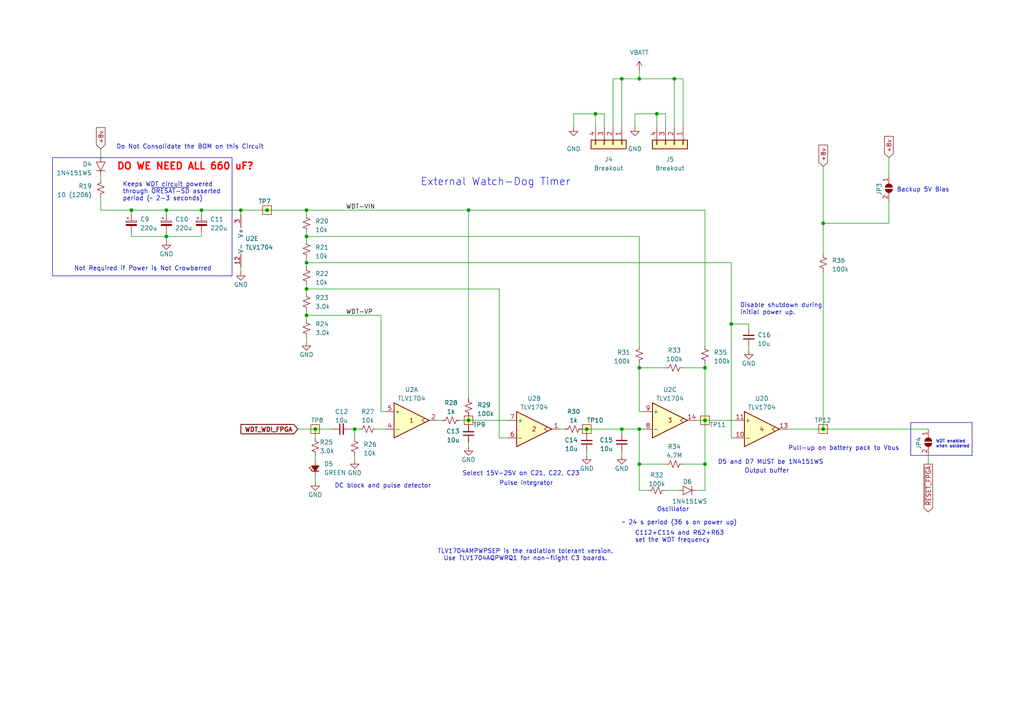
<source format=kicad_sch>
(kicad_sch (version 20231120) (generator "eeschema") (generator_version "8.0")
  (paper "A4")
  (title_block (title "J_watchdog"))
  (junction (at 135.89 60.96))
  (junction (at 172.72 33.02))
  (junction (at 69.85 60.96))
  (junction (at 185.42 106.68))
  (junction (at 102.87 124.46))
  (junction (at 88.9 83.82))
  (junction (at 190.5 33.02))
  (junction (at 88.9 60.96))
  (junction (at 48.26 60.96))
  (junction (at 88.9 76.2))
  (junction (at 185.42 124.46))
  (junction (at 77.47 60.96))
  (junction (at 58.42 60.96))
  (junction (at 135.89 121.92))
  (junction (at 212.09 93.98))
  (junction (at 180.34 22.86))
  (junction (at 238.76 124.46))
  (junction (at 204.47 106.68))
  (junction (at 195.58 22.86))
  (junction (at 88.9 91.44))
  (junction (at 88.9 68.58))
  (junction (at 180.34 124.46))
  (junction (at 38.1 60.96))
  (junction (at 204.47 134.62))
  (junction (at 204.47 121.92))
  (junction (at 170.18 124.46))
  (junction (at 91.44 124.46))
  (junction (at 185.42 22.86))
  (junction (at 238.76 64.77))
  (junction (at 185.42 134.62))
  (junction (at 48.26 68.58))
  (wire (pts (xy 127 121.92) (xy 128.27 121.92)))
  (wire (pts (xy 166.37 33.02) (xy 166.37 36.83)))
  (wire (pts (xy 184.15 33.02) (xy 184.15 36.83)))
  (polyline (pts (xy 264.16 132.08) (xy 264.16 122.555)))
  (wire (pts (xy 204.47 100.33) (xy 204.47 60.96)))
  (wire (pts (xy 48.26 60.96) (xy 48.26 62.23)))
  (wire (pts (xy 58.42 62.23) (xy 58.42 60.96)))
  (wire (pts (xy 269.24 132.08) (xy 269.24 134.62)))
  (wire (pts (xy 193.04 142.24) (xy 196.85 142.24)))
  (wire (pts (xy 88.9 76.2) (xy 212.09 76.2)))
  (polyline (pts (xy 264.16 122.555) (xy 281.94 122.555)))
  (wire (pts (xy 88.9 97.79) (xy 88.9 99.06)))
  (wire (pts (xy 38.1 60.96) (xy 48.26 60.96)))
  (wire (pts (xy 238.76 64.77) (xy 238.76 73.66)))
  (wire (pts (xy 198.12 134.62) (xy 204.47 134.62)))
  (wire (pts (xy 48.26 68.58) (xy 48.26 69.85)))
  (wire (pts (xy 204.47 134.62) (xy 204.47 121.92)))
  (wire (pts (xy 190.5 36.83) (xy 190.5 33.02)))
  (wire (pts (xy 180.34 124.46) (xy 185.42 124.46)))
  (wire (pts (xy 257.81 58.42) (xy 257.81 64.77)))
  (wire (pts (xy 238.76 124.46) (xy 269.24 124.46)))
  (wire (pts (xy 180.34 125.73) (xy 180.34 124.46)))
  (wire (pts (xy 109.22 124.46) (xy 111.76 124.46)))
  (wire (pts (xy 172.72 33.02) (xy 175.26 33.02)))
  (wire (pts (xy 201.93 142.24) (xy 204.47 142.24)))
  (wire (pts (xy 29.21 60.96) (xy 38.1 60.96)))
  (wire (pts (xy 186.69 119.38) (xy 185.42 119.38)))
  (wire (pts (xy 29.21 50.8) (xy 29.21 52.07)))
  (wire (pts (xy 185.42 106.68) (xy 193.04 106.68)))
  (wire (pts (xy 195.58 22.86) (xy 185.42 22.86)))
  (wire (pts (xy 101.6 124.46) (xy 102.87 124.46)))
  (wire (pts (xy 91.44 127) (xy 91.44 124.46)))
  (wire (pts (xy 88.9 67.31) (xy 88.9 68.58)))
  (wire (pts (xy 110.49 119.38) (xy 111.76 119.38)))
  (wire (pts (xy 180.34 132.08) (xy 180.34 130.81)))
  (wire (pts (xy 48.26 60.96) (xy 58.42 60.96)))
  (wire (pts (xy 195.58 36.83) (xy 195.58 22.86)))
  (wire (pts (xy 185.42 124.46) (xy 186.69 124.46)))
  (wire (pts (xy 88.9 83.82) (xy 144.78 83.82)))
  (wire (pts (xy 69.85 62.23) (xy 69.85 60.96)))
  (wire (pts (xy 91.44 124.46) (xy 96.52 124.46)))
  (wire (pts (xy 144.78 127) (xy 147.32 127)))
  (wire (pts (xy 110.49 91.44) (xy 110.49 119.38)))
  (wire (pts (xy 238.76 48.26) (xy 238.76 64.77)))
  (wire (pts (xy 170.18 124.46) (xy 180.34 124.46)))
  (wire (pts (xy 38.1 60.96) (xy 38.1 62.23)))
  (wire (pts (xy 198.12 36.83) (xy 198.12 22.86)))
  (wire (pts (xy 172.72 36.83) (xy 172.72 33.02)))
  (wire (pts (xy 91.44 139.7) (xy 91.44 138.43)))
  (wire (pts (xy 212.09 93.98) (xy 212.09 127)))
  (wire (pts (xy 185.42 119.38) (xy 185.42 106.68)))
  (wire (pts (xy 88.9 82.55) (xy 88.9 83.82)))
  (wire (pts (xy 133.35 121.92) (xy 135.89 121.92)))
  (wire (pts (xy 135.89 121.92) (xy 135.89 120.65)))
  (wire (pts (xy 180.34 22.86) (xy 180.34 36.83)))
  (wire (pts (xy 185.42 100.33) (xy 185.42 68.58)))
  (wire (pts (xy 177.8 36.83) (xy 177.8 22.86)))
  (wire (pts (xy 135.89 129.54) (xy 135.89 128.27)))
  (wire (pts (xy 212.09 93.98) (xy 217.17 93.98)))
  (wire (pts (xy 102.87 132.08) (xy 102.87 133.35)))
  (wire (pts (xy 29.21 57.15) (xy 29.21 60.96)))
  (wire (pts (xy 48.26 68.58) (xy 58.42 68.58)))
  (wire (pts (xy 58.42 60.96) (xy 69.85 60.96)))
  (wire (pts (xy 185.42 142.24) (xy 185.42 134.62)))
  (wire (pts (xy 185.42 105.41) (xy 185.42 106.68)))
  (wire (pts (xy 217.17 101.6) (xy 217.17 100.33)))
  (wire (pts (xy 88.9 68.58) (xy 185.42 68.58)))
  (wire (pts (xy 190.5 33.02) (xy 193.04 33.02)))
  (wire (pts (xy 88.9 62.23) (xy 88.9 60.96)))
  (wire (pts (xy 88.9 90.17) (xy 88.9 91.44)))
  (wire (pts (xy 144.78 83.82) (xy 144.78 127)))
  (wire (pts (xy 185.42 22.86) (xy 185.42 20.32)))
  (polyline (pts (xy 281.94 122.555) (xy 281.94 132.08)))
  (wire (pts (xy 204.47 106.68) (xy 204.47 121.92)))
  (wire (pts (xy 69.85 60.96) (xy 77.47 60.96)))
  (wire (pts (xy 238.76 78.74) (xy 238.76 124.46)))
  (wire (pts (xy 204.47 121.92) (xy 213.36 121.92)))
  (wire (pts (xy 172.72 33.02) (xy 166.37 33.02)))
  (wire (pts (xy 69.85 78.74) (xy 69.85 77.47)))
  (wire (pts (xy 198.12 22.86) (xy 195.58 22.86)))
  (wire (pts (xy 204.47 105.41) (xy 204.47 106.68)))
  (wire (pts (xy 48.26 68.58) (xy 38.1 68.58)))
  (wire (pts (xy 135.89 60.96) (xy 88.9 60.96)))
  (wire (pts (xy 88.9 91.44) (xy 110.49 91.44)))
  (wire (pts (xy 29.21 43.18) (xy 29.21 45.72)))
  (wire (pts (xy 185.42 134.62) (xy 185.42 124.46)))
  (wire (pts (xy 170.18 124.46) (xy 170.18 125.73)))
  (wire (pts (xy 135.89 121.92) (xy 147.32 121.92)))
  (wire (pts (xy 88.9 76.2) (xy 88.9 77.47)))
  (wire (pts (xy 257.81 45.72) (xy 257.81 50.8)))
  (wire (pts (xy 190.5 33.02) (xy 184.15 33.02)))
  (wire (pts (xy 217.17 95.25) (xy 217.17 93.98)))
  (wire (pts (xy 198.12 106.68) (xy 204.47 106.68)))
  (wire (pts (xy 185.42 142.24) (xy 187.96 142.24)))
  (wire (pts (xy 102.87 124.46) (xy 102.87 127)))
  (wire (pts (xy 102.87 124.46) (xy 104.14 124.46)))
  (wire (pts (xy 170.18 132.08) (xy 170.18 130.81)))
  (wire (pts (xy 48.26 67.31) (xy 48.26 68.58)))
  (wire (pts (xy 162.56 124.46) (xy 163.83 124.46)))
  (polyline (pts (xy 281.94 132.08) (xy 264.16 132.08)))
  (wire (pts (xy 38.1 67.31) (xy 38.1 68.58)))
  (wire (pts (xy 91.44 132.08) (xy 91.44 133.35)))
  (wire (pts (xy 212.09 76.2) (xy 212.09 93.98)))
  (wire (pts (xy 177.8 22.86) (xy 180.34 22.86)))
  (wire (pts (xy 88.9 68.58) (xy 88.9 69.85)))
  (wire (pts (xy 175.26 33.02) (xy 175.26 36.83)))
  (wire (pts (xy 257.81 64.77) (xy 238.76 64.77)))
  (wire (pts (xy 180.34 22.86) (xy 185.42 22.86)))
  (wire (pts (xy 88.9 91.44) (xy 88.9 92.71)))
  (wire (pts (xy 193.04 134.62) (xy 185.42 134.62)))
  (wire (pts (xy 204.47 142.24) (xy 204.47 134.62)))
  (wire (pts (xy 168.91 124.46) (xy 170.18 124.46)))
  (wire (pts (xy 58.42 67.31) (xy 58.42 68.58)))
  (wire (pts (xy 135.89 60.96) (xy 204.47 60.96)))
  (wire (pts (xy 88.9 83.82) (xy 88.9 85.09)))
  (wire (pts (xy 135.89 60.96) (xy 135.89 115.57)))
  (wire (pts (xy 228.6 124.46) (xy 238.76 124.46)))
  (wire (pts (xy 86.36 124.46) (xy 91.44 124.46)))
  (wire (pts (xy 88.9 74.93) (xy 88.9 76.2)))
  (wire (pts (xy 193.04 33.02) (xy 193.04 36.83)))
  (wire (pts (xy 77.47 60.96) (xy 88.9 60.96)))
  (wire (pts (xy 212.09 127) (xy 213.36 127)))
  (wire (pts (xy 201.93 121.92) (xy 204.47 121.92)))
  (wire (pts (xy 135.89 121.92) (xy 135.89 123.19)))
  (rectangle (start 15.24 45.72) (end 67.31 80.01))
  (text "Disable shutdown during\ninitial power up." (at 214.63 91.44 0) (effects (font (size 1.27 1.27)) (justify left bottom)))
  (text "DO WE NEED ALL 660 uF?" (at 33.782 49.53 0) (effects (font (size 2 2) (thickness 0.4) (bold yes)) (justify left bottom)))
  (text "Pull-up on battery pack to Vbus" (at 228.6 130.81 0) (effects (font (size 1.27 1.27)) (justify left bottom)))
  (text "TLV1704AMPWPSEP is the radiation tolerant version.\nUse TLV1704AQPWRQ1 for non-flight C3 boards." (at 152.4 161.036 0) (effects (font (size 1.27 1.27))))
  (text "External Watch-Dog Timer" (at 121.92 54.102 0) (effects (font (size 2.159 2.159)) (justify left bottom)))
  (text "DC block and pulse detector" (at 97.028 141.732 0) (effects (font (size 1.27 1.27)) (justify left bottom)))
  (text "Backup 5V Bias" (at 267.716 55.118 0) (effects (font (size 1.27 1.27))))
  (text "Oscillator" (at 190.5 148.59 0) (effects (font (size 1.27 1.27)) (justify left bottom)))
  (text "~ 24 s period (36 s on power up)" (at 180.34 152.4 0) (effects (font (size 1.27 1.27)) (justify left bottom)))
  (text "Pulse integrator" (at 144.78 140.97 0) (effects (font (size 1.27 1.27)) (justify left bottom)))
  (text "Keeps WDT circuit powered\nthrough ~{ORESAT-SD} asserted\nperiod (~ 2-3 seconds)" (at 35.56 58.42 0) (effects (font (size 1.27 1.27)) (justify left bottom)))
  (text "C112+C114 and R62+R63 \nset the WDT frequency" (at 184.15 157.48 0) (effects (font (size 1.27 1.27)) (justify left bottom)))
  (text "Select 15V-25V on C21, C22, C23" (at 151.13 137.414 0) (effects (font (size 1.27 1.27))))
  (text "Do Not Consolidate the BOM on this Circuit" (at 55.118 42.672 0) (effects (font (size 1.27 1.27))))
  (text "D5 and D7 MUST be 1N4151WS" (at 223.52 134.112 0) (effects (font (size 1.27 1.27))))
  (text "Not Required if Power is Not Crowbarred " (at 41.91 77.978 0) (effects (font (size 1.27 1.27))))
  (text "WDT enabled\nwhen soldered" (at 271.399 130.048 0) (effects (font (size 0.889 0.889)) (justify left bottom)))
  (text "Output buffer" (at 215.9 137.414 0) (effects (font (size 1.27 1.27)) (justify left bottom)))
  (label "WDT-VP" (at 100.33 91.44 0))
  (label "WDT-VIN" (at 100.33 60.96 0))
  (global_label "WDT_WDI_FPGA" (shape input) (at 86.36 124.46 180) (effects (font (thickness 0.254) (bold yes))) (property "Intersheetrefs" "${INTERSHEET_REFS}" (effects (hide yes))))
  (global_label "+8v" (shape input) (at 257.81 45.72 90) (property "Intersheetrefs" "${INTERSHEET_REFS}" (effects (hide yes))))
  (global_label "+8v" (shape input) (at 29.21 43.18 90) (property "Intersheetrefs" "${INTERSHEET_REFS}" (effects (hide yes))))
  (global_label "+8v" (shape input) (at 238.76 48.26 90) (property "Intersheetrefs" "${INTERSHEET_REFS}" (effects (hide yes))))
  (global_label "~{RESET_FPGA}" (shape output) (at 269.24 134.62 270) (property "Intersheetrefs" "${INTERSHEET_REFS}" (effects (hide yes))))
  (symbol (lib_id "Device:C_Small") (at 180.34 128.27 0) (mirror x) (unit 1)
    (property "Reference" "C15" (at 177.8 127.6286 0) (effects (justify right)))
    (property "Value" "10u" (at 177.8 130.1686 0) (effects (justify right)))
    (property "Footprint" "Capacitor_SMD:C_0603_1608Metric" (effects (hide yes)))
    (property "Description" "10 µF ±10% 16V Ceramic Capacitor X5R 0603 (1608 Metric)" (effects (hide yes)))
    (property "DPN" "490-12317-1-ND" (effects (hide yes)))
    (property "DST" "Digi-Key" (effects (hide yes)))
    (property "MFR" "Murata" (effects (hide yes)))
    (property "MPN" "GRT188R61C106KE13D" (effects (hide yes)))
    (instances (project "EPS_Scales_RevA" (path "" (reference "C15") (unit 1)) (path "" (reference "C7") (unit 1)) (path "" (reference "C23") (unit 1))))
  )
  (symbol (lib_id "Device:R_Small_US") (at 130.81 121.92 90) (unit 1)
    (property "Reference" "R28" (at 130.81 116.84 90))
    (property "Value" "1k" (at 130.81 119.38 90))
    (property "Footprint" "Resistor_SMD:R_0603_1608Metric" (effects (hide yes)))
    (property "Description" "1 kOhms ±1% 0.1W, 1/10W Chip Resistor 0603 (1608 Metric) Automotive AEC-Q200 Thick Film" (effects (hide yes)))
    (property "DPN" "RMCF0603FT1K00CT-ND" (effects (hide yes)))
    (property "DST" "Digi-Key" (effects (hide yes)))
    (property "MFR" "Stackpole Electronics Inc" (effects (hide yes)))
    (property "MPN" "RMCF0603FT1K00" (effects (hide yes)))
    (instances (project "EPS_Scales_RevA" (path "" (reference "R28") (unit 1)) (path "" (reference "R10") (unit 1)) (path "" (reference "R46") (unit 1))))
  )
  (symbol (lib_id "power:GND") (at 69.85 78.74 0) (mirror y) (unit 1)
    (property "Reference" "#PWR014" (effects (hide yes)))
    (property "Value" "GND" (at 69.85 82.55 0))
    (property "Description" "Power symbol creates a global label with name \"GND\" , ground" (effects (hide yes)))
    (instances (project "EPS_Scales_RevA" (path "" (reference "#PWR014") (unit 1)) (path "" (reference "#PWR03") (unit 1)) (path "" (reference "#PWR026") (unit 1))))
  )
  (symbol (lib_id "Device:R_Small_US") (at 185.42 102.87 0) (mirror x) (unit 1)
    (property "Reference" "R31" (at 182.88 102.235 0) (effects (justify right)))
    (property "Value" "100k" (at 182.88 104.775 0) (effects (justify right)))
    (property "Footprint" "Resistor_SMD:R_0603_1608Metric" (effects (hide yes)))
    (property "Description" "100 kOhms ±5% 0.1W, 1/10W Chip Resistor 0603 (1608 Metric) Automotive AEC-Q200 Thick Film" (effects (hide yes)))
    (property "DPN" "RMCF0603FT100KCT-ND" (effects (hide yes)))
    (property "DST" "Digi-Key" (effects (hide yes)))
    (property "MFR" "Stackpole Electronics Inc" (effects (hide yes)))
    (property "MPN" "RMCF0603FT100K" (effects (hide yes)))
    (instances (project "EPS_Scales_RevA" (path "" (reference "R31") (unit 1)) (path "" (reference "R13") (unit 1)) (path "" (reference "R49") (unit 1))))
  )
  (symbol (lib_id "power:GND") (at 88.9 99.06 0) (unit 1)
    (property "Reference" "#PWR015" (effects (hide yes)))
    (property "Value" "GND" (at 88.9 102.87 0))
    (property "Description" "Power symbol creates a global label with name \"GND\" , ground" (effects (hide yes)))
    (instances (project "EPS_Scales_RevA" (path "" (reference "#PWR015") (unit 1)) (path "" (reference "#PWR04") (unit 1)) (path "" (reference "#PWR027") (unit 1))))
  )
  (symbol (lib_id "Device:R_Small_US") (at 102.87 129.54 0) (unit 1)
    (property "Reference" "R26" (at 105.41 128.905 0) (effects (justify left)))
    (property "Value" "10k" (at 105.41 131.445 0) (effects (justify left)))
    (property "Footprint" "Resistor_SMD:R_0603_1608Metric" (effects (hide yes)))
    (property "Description" "10 kOhms ±1% 0.1W, 1/10W Chip Resistor 0603 (1608 Metric) Automotive AEC-Q200 Thick Film" (effects (hide yes)))
    (property "DPN" "RMCF0603FT10K0CT-ND" (effects (hide yes)))
    (property "DST" "Digi-Key" (effects (hide yes)))
    (property "MFR" "Stackpole Electronics Inc" (effects (hide yes)))
    (property "MPN" "RMCF0603FT10K0" (effects (hide yes)))
    (instances (project "EPS_Scales_RevA" (path "" (reference "R26") (unit 1)) (path "" (reference "R8") (unit 1)) (path "" (reference "R44") (unit 1))))
  )
  (symbol (lib_id "Device:C_Polarized_Small") (at 58.42 64.77 0) (unit 1)
    (property "Reference" "C11" (at 60.96 63.5889 0) (effects (justify left)))
    (property "Value" "220u" (at 60.96 66.1289 0) (effects (justify left)))
    (property "Footprint" "Capacitor_Tantalum_SMD:CP_EIA-7361-38_AVX-V" (effects (hide yes)))
    (property "Description" "220µF Molded Tantalum Capacitors 16V 2917 (7343 Metric) 100mOhm @ 100kHz" (effects (hide yes)))
    (property "DPN" "478-12518-2-ND" (effects (hide yes)))
    (property "DST" "Digi-Key" (effects (hide yes)))
    (property "MFR" "Kyocera AVX" (effects (hide yes)))
    (property "MPN" "TCN4227M025R0100" (effects (hide yes)))
    (instances (project "EPS_Scales_RevA" (path "" (reference "C11") (unit 1)) (path "" (reference "C3") (unit 1)) (path "" (reference "C19") (unit 1))))
  )
  (symbol (lib_id "power:GND") (at 102.87 133.35 0) (unit 1)
    (property "Reference" "#PWR017" (effects (hide yes)))
    (property "Value" "GND" (at 102.87 137.16 0))
    (property "Description" "Power symbol creates a global label with name \"GND\" , ground" (effects (hide yes)))
    (instances (project "EPS_Scales_RevA" (path "" (reference "#PWR017") (unit 1)) (path "" (reference "#PWR06") (unit 1)) (path "" (reference "#PWR029") (unit 1))))
  )
  (symbol (lib_id "Device:R_Small_US") (at 88.9 95.25 0) (unit 1)
    (property "Reference" "R24" (at 91.44 93.98 0) (effects (justify left)))
    (property "Value" "3.0k" (at 91.44 96.52 0) (effects (justify left)))
    (property "Footprint" "Resistor_SMD:R_0603_1608Metric" (effects (hide yes)))
    (property "Description" "3 kOhms ±1% 0.1W, 1/10W Chip Resistor 0603 (1608 Metric) Automotive AEC-Q200 Thick Film" (effects (hide yes)))
    (property "DPN" "RMCF0603FT3K00CT-ND" (effects (hide yes)))
    (property "DST" "Digi-Key" (effects (hide yes)))
    (property "MFR" "Stackpole Electronics Inc" (effects (hide yes)))
    (property "MPN" "RMCF0603FT3K00" (effects (hide yes)))
    (instances (project "EPS_Scales_RevA" (path "" (reference "R24") (unit 1)) (path "" (reference "R6") (unit 1)) (path "" (reference "R42") (unit 1))))
  )
  (symbol (lib_id "Device:R_Small_US") (at 91.44 129.54 0) (unit 1)
    (property "Reference" "R25" (at 92.71 128.27 0) (effects (justify left)))
    (property "Value" "3.0k" (at 92.71 130.81 0) (effects (justify left)))
    (property "Footprint" "Resistor_SMD:R_0603_1608Metric" (effects (hide yes)))
    (property "Description" "3 kOhms ±1% 0.1W, 1/10W Chip Resistor 0603 (1608 Metric) Automotive AEC-Q200 Thick Film" (effects (hide yes)))
    (property "DPN" "RMCF0603FT3K00CT-ND" (effects (hide yes)))
    (property "DST" "Digi-Key" (effects (hide yes)))
    (property "MFR" "Stackpole Electronics Inc" (effects (hide yes)))
    (property "MPN" "RMCF0603FT3K00" (effects (hide yes)))
    (instances (project "EPS_Scales_RevA" (path "" (reference "R25") (unit 1)) (path "" (reference "R7") (unit 1)) (path "" (reference "R43") (unit 1))))
  )
  (symbol (lib_id "Device:R_Small_US") (at 166.37 124.46 90) (unit 1)
    (property "Reference" "R30" (at 166.37 119.38 90))
    (property "Value" "1k" (at 166.37 121.92 90))
    (property "Footprint" "Resistor_SMD:R_0603_1608Metric" (effects (hide yes)))
    (property "Description" "1 kOhms ±1% 0.1W, 1/10W Chip Resistor 0603 (1608 Metric) Automotive AEC-Q200 Thick Film" (effects (hide yes)))
    (property "DPN" "RMCF0603FT1K00CT-ND" (effects (hide yes)))
    (property "DST" "Digi-Key" (effects (hide yes)))
    (property "MFR" "Stackpole Electronics Inc" (effects (hide yes)))
    (property "MPN" "RMCF0603FT1K00" (effects (hide yes)))
    (instances (project "EPS_Scales_RevA" (path "" (reference "R30") (unit 1)) (path "" (reference "R12") (unit 1)) (path "" (reference "R48") (unit 1))))
  )
  (symbol (lib_id "Device:R_Small_US") (at 204.47 102.87 180) (unit 1)
    (property "Reference" "R35" (at 207.01 102.235 0) (effects (justify right)))
    (property "Value" "100k" (at 207.01 104.775 0) (effects (justify right)))
    (property "Footprint" "Resistor_SMD:R_0603_1608Metric" (effects (hide yes)))
    (property "Description" "100 kOhms ±5% 0.1W, 1/10W Chip Resistor 0603 (1608 Metric) Automotive AEC-Q200 Thick Film" (effects (hide yes)))
    (property "DPN" "RMCF0603FT100KCT-ND" (effects (hide yes)))
    (property "DST" "Digi-Key" (effects (hide yes)))
    (property "MFR" "Stackpole Electronics Inc" (effects (hide yes)))
    (property "MPN" "RMCF0603FT100K" (effects (hide yes)))
    (instances (project "EPS_Scales_RevA" (path "" (reference "R35") (unit 1)) (path "" (reference "R17") (unit 1)) (path "" (reference "R53") (unit 1))))
  )
  (symbol (lib_name "TLV1704AIPWR_1") (lib_id "oresat-ics:TLV1704AIPWR") (at 119.38 121.92 0) (unit 1)
    (property "Reference" "U2" (at 119.38 113.03 0))
    (property "Value" "TLV1704" (at 119.38 115.57 0))
    (property "Footprint" "Package_SO:TSSOP-14_4.4x5mm_P0.65mm" (effects (hide yes)))
    (property "Datasheet" "https://www.ti.com/lit/ds/symlink/tlv1704-sep.pdf" (effects (hide yes)))
    (property "Description" "Analog Comparators 2.2-V to 36-V, radiation tolerant microPower quad comparator in space enhanced plastic 14-TSSOP -55 to 125" (effects (hide yes)))
    (property "MFR" "Texas Instruments" (effects (hide yes)))
    (property "MPN" "TLV1704AQPWRQ1" (effects (hide yes)))
    (property "DST" "Digi-Key" (effects (hide yes)))
    (property "DPN" "296-43799-2-ND" (effects (hide yes)))
    (instances (project "EPS_Scales_RevA" (path "" (reference "U2") (unit 1)) (path "" (reference "U1") (unit 1)) (path "" (reference "U3") (unit 1))))
  )
  (symbol (lib_id "Device:R_Small_US") (at 195.58 106.68 90) (unit 1)
    (property "Reference" "R33" (at 195.58 101.6 90))
    (property "Value" "100k" (at 195.58 104.14 90))
    (property "Footprint" "Resistor_SMD:R_0603_1608Metric" (effects (hide yes)))
    (property "Description" "100 kOhms ±5% 0.1W, 1/10W Chip Resistor 0603 (1608 Metric) Automotive AEC-Q200 Thick Film" (effects (hide yes)))
    (property "DPN" "RMCF0603FT100KCT-ND" (effects (hide yes)))
    (property "DST" "Digi-Key" (effects (hide yes)))
    (property "MFR" "Stackpole Electronics Inc" (effects (hide yes)))
    (property "MPN" "RMCF0603FT100K" (effects (hide yes)))
    (instances (project "EPS_Scales_RevA" (path "" (reference "R33") (unit 1)) (path "" (reference "R15") (unit 1)) (path "" (reference "R51") (unit 1))))
  )
  (symbol (lib_id "Device:R_Small_US") (at 29.21 54.61 0) (mirror y) (unit 1)
    (property "Reference" "R19" (at 26.67 53.975 0) (effects (justify left)))
    (property "Value" "10 (1206)" (at 26.67 56.515 0) (effects (justify left)))
    (property "Footprint" "Resistor_SMD:R_1206_3216Metric" (effects (hide yes)))
    (property "Description" "10 Ohms ±1% 0.5W, 1/2W Chip Resistor 1206 (3216 Metric) Automotive AEC-Q200, Pulse Withstanding Thick Film" (effects (hide yes)))
    (property "DPN" "RHM10.0AFCT-ND" (effects (hide yes)))
    (property "DST" "Digi-Key" (effects (hide yes)))
    (property "MFR" "Rohm Semiconductor" (effects (hide yes)))
    (property "MPN" "ESR18EZPF10R0" (effects (hide yes)))
    (instances (project "EPS_Scales_RevA" (path "" (reference "R19") (unit 1)) (path "" (reference "R1") (unit 1)) (path "" (reference "R37") (unit 1))))
  )
  (symbol (lib_id "Device:C_Polarized_Small") (at 38.1 64.77 0) (unit 1)
    (property "Reference" "C9" (at 40.64 63.5889 0) (effects (justify left)))
    (property "Value" "220u" (at 40.64 66.1289 0) (effects (justify left)))
    (property "Footprint" "Capacitor_Tantalum_SMD:CP_EIA-7361-38_AVX-V" (effects (hide yes)))
    (property "Description" "220µF Molded Tantalum Capacitors 25V 2924 (7361 Metric) 100mOhm @ 100kHz" (effects (hide yes)))
    (property "DPN" "478-12518-2-ND" (effects (hide yes)))
    (property "DST" "Digi-Key" (effects (hide yes)))
    (property "MFR" "Kyocera AVX" (effects (hide yes)))
    (property "MPN" "TCN4227M025R0100" (effects (hide yes)))
    (instances (project "EPS_Scales_RevA" (path "" (reference "C9") (unit 1)) (path "" (reference "C1") (unit 1)) (path "" (reference "C17") (unit 1))))
  )
  (symbol (lib_id "Device:R_Small_US") (at 238.76 76.2 180) (unit 1)
    (property "Reference" "R36" (at 241.3 75.565 0) (effects (justify right)))
    (property "Value" "100k" (at 241.3 78.105 0) (effects (justify right)))
    (property "Footprint" "Resistor_SMD:R_0603_1608Metric" (effects (hide yes)))
    (property "Description" "100 kOhms ±5% 0.1W, 1/10W Chip Resistor 0603 (1608 Metric) Automotive AEC-Q200 Thick Film" (effects (hide yes)))
    (property "DPN" "RMCF0603FT100KCT-ND" (effects (hide yes)))
    (property "DST" "Digi-Key" (effects (hide yes)))
    (property "MFR" "Stackpole Electronics Inc" (effects (hide yes)))
    (property "MPN" "RMCF0603FT100K" (effects (hide yes)))
    (instances (project "EPS_Scales_RevA" (path "" (reference "R36") (unit 1)) (path "" (reference "R18") (unit 1)) (path "" (reference "R54") (unit 1))))
  )
  (symbol (lib_id "Device:C_Small") (at 217.17 97.79 180) (unit 1)
    (property "Reference" "C16" (at 219.71 97.1486 0) (effects (justify right)))
    (property "Value" "10u" (at 219.71 99.6886 0) (effects (justify right)))
    (property "Footprint" "Capacitor_SMD:C_0603_1608Metric" (effects (hide yes)))
    (property "Description" "10 µF ±10% 16V Ceramic Capacitor X5R 0603 (1608 Metric)" (effects (hide yes)))
    (property "DPN" "490-12317-1-ND" (effects (hide yes)))
    (property "DST" "Digi-Key" (effects (hide yes)))
    (property "MFR" "Murata" (effects (hide yes)))
    (property "MPN" "GRT188R61C106KE13D" (effects (hide yes)))
    (instances (project "EPS_Scales_RevA" (path "" (reference "C16") (unit 1)) (path "" (reference "C8") (unit 1)) (path "" (reference "C24") (unit 1))))
  )
  (symbol (lib_id "oresat-diodes:1N4151WS-HE3") (at 199.39 142.24 0) (unit 1)
    (property "Reference" "D6" (at 199.39 139.7 0))
    (property "Value" "1N4151WS" (at 200.025 145.415 0))
    (property "Footprint" "Diode_SMD:D_SOD-323" (effects (hide yes)))
    (property "Datasheet" "https://www.vishay.com/docs/85847/1n4151ws.pdf" (effects (hide yes)))
    (property "Description" "Diode Standard 50V 150mA Surface Mount SOD-323" (effects (hide yes)))
    (property "DPN" "112-1N4151WS-E3-08CT-ND" (effects (hide yes)))
    (property "DST" "Digi-Key" (effects (hide yes)))
    (property "MFR" "Vishay" (effects (hide yes)))
    (property "MPN" "1N4151WS-E3-08" (effects (hide yes)))
    (instances (project "EPS_Scales_RevA" (path "" (reference "D6") (unit 1)) (path "" (reference "D3") (unit 1)) (path "" (reference "D9") (unit 1))))
  )
  (symbol (lib_id "power:GND") (at 91.44 139.7 0) (unit 1)
    (property "Reference" "#PWR016" (effects (hide yes)))
    (property "Value" "GND" (at 91.44 143.51 0))
    (property "Description" "Power symbol creates a global label with name \"GND\" , ground" (effects (hide yes)))
    (instances (project "EPS_Scales_RevA" (path "" (reference "#PWR016") (unit 1)) (path "" (reference "#PWR05") (unit 1)) (path "" (reference "#PWR028") (unit 1))))
  )
  (symbol (lib_name "GND_1") (lib_id "power:GND") (at 166.37 36.83 0) (unit 1)
    (property "Reference" "#PWR019" (effects (hide yes)))
    (property "Value" "GND" (at 166.37 43.18 0))
    (property "Description" "Power symbol creates a global label with name \"GND\" , ground" (effects (hide yes)))
    (instances (project "EPS_Scales_RevA" (path "" (reference "#PWR019") (unit 1)) (path "" (reference "#PWR08") (unit 1)) (path "" (reference "#PWR031") (unit 1))))
  )
  (symbol (lib_id "oresat-misc:Test-Point-0.75mm-th") (at 204.47 121.92 0) (unit 1) (exclude_from_sim yes) (in_bom no)
    (property "Reference" "TP11" (at 205.74 123.19 0) (effects (justify left)))
    (property "Value" "TestPoint-MinTH" (effects (hide yes)))
    (property "Footprint" "oresat-misc:TestPoint-0.75mm-th" (effects (hide yes)))
    (property "Description" "0.75 mm TH test point; good for scope probes and jumpers" (effects (hide yes)))
    (instances (project "EPS_Scales_RevA" (path "" (reference "TP11") (unit 1)) (path "" (reference "TP5") (unit 1)) (path "" (reference "TP17") (unit 1))))
  )
  (symbol (lib_id "power:GND") (at 135.89 129.54 0) (unit 1)
    (property "Reference" "#PWR018" (effects (hide yes)))
    (property "Value" "GND" (at 135.89 133.35 0))
    (property "Description" "Power symbol creates a global label with name \"GND\" , ground" (effects (hide yes)))
    (instances (project "EPS_Scales_RevA" (path "" (reference "#PWR018") (unit 1)) (path "" (reference "#PWR07") (unit 1)) (path "" (reference "#PWR030") (unit 1))))
  )
  (symbol (lib_id "oresat-diodes:1N4151WS-HE3") (at 29.21 48.26 90) (mirror x) (unit 1)
    (property "Reference" "D4" (at 26.67 47.625 90) (effects (justify left)))
    (property "Value" "1N4151WS" (at 26.67 50.165 90) (effects (justify left)))
    (property "Footprint" "Diode_SMD:D_SOD-323" (effects (hide yes)))
    (property "Datasheet" "https://www.vishay.com/docs/85847/1n4151ws.pdf" (effects (hide yes)))
    (property "Description" "Diode Standard 50V 150mA Surface Mount SOD-323" (effects (hide yes)))
    (property "DPN" "112-1N4151WS-E3-08CT-ND" (effects (hide yes)))
    (property "DST" "Digi-Key" (effects (hide yes)))
    (property "MFR" "Vishay" (effects (hide yes)))
    (property "MPN" "1N4151WS-E3-08" (effects (hide yes)))
    (instances (project "EPS_Scales_RevA" (path "" (reference "D4") (unit 1)) (path "" (reference "D1") (unit 1)) (path "" (reference "D7") (unit 1))))
  )
  (symbol (lib_name "TLV1704AIPWR_3") (lib_id "oresat-ics:TLV1704AIPWR") (at 220.98 124.46 0) (unit 4)
    (property "Reference" "U2" (at 220.98 115.57 0))
    (property "Value" "TLV1704" (at 220.98 118.11 0))
    (property "Footprint" "Package_SO:TSSOP-14_4.4x5mm_P0.65mm" (effects (hide yes)))
    (property "Datasheet" "https://www.ti.com/lit/ds/symlink/tlv1704-sep.pdf" (effects (hide yes)))
    (property "Description" "Analog Comparators 2.2-V to 36-V, radiation tolerant microPower quad comparator in space enhanced plastic 14-TSSOP -55 to 125" (effects (hide yes)))
    (property "MFR" "Texas Instruments" (effects (hide yes)))
    (property "MPN" "TLV1704AQPWRQ1" (effects (hide yes)))
    (property "DST" "Digi-Key" (effects (hide yes)))
    (property "DPN" "296-43799-2-ND" (effects (hide yes)))
    (instances (project "EPS_Scales_RevA" (path "" (reference "U2") (unit 4)) (path "" (reference "U1") (unit 4)) (path "" (reference "U3") (unit 4))))
  )
  (symbol (lib_id "Device:R_Small_US") (at 135.89 118.11 0) (unit 1)
    (property "Reference" "R29" (at 138.43 117.475 0) (effects (justify left)))
    (property "Value" "100k" (at 138.43 120.015 0) (effects (justify left)))
    (property "Footprint" "Resistor_SMD:R_0603_1608Metric" (effects (hide yes)))
    (property "Description" "100 kOhms ±5% 0.1W, 1/10W Chip Resistor 0603 (1608 Metric) Automotive AEC-Q200 Thick Film" (effects (hide yes)))
    (property "DPN" "RMCF0603FT100KCT-ND" (effects (hide yes)))
    (property "DST" "Digi-Key" (effects (hide yes)))
    (property "MFR" "Stackpole Electronics Inc" (effects (hide yes)))
    (property "MPN" "RMCF0603FT100K" (effects (hide yes)))
    (instances (project "EPS_Scales_RevA" (path "" (reference "R29") (unit 1)) (path "" (reference "R11") (unit 1)) (path "" (reference "R47") (unit 1))))
  )
  (symbol (lib_id "Device:C_Small") (at 170.18 128.27 0) (mirror x) (unit 1)
    (property "Reference" "C14" (at 167.64 127.6286 0) (effects (justify right)))
    (property "Value" "10u" (at 167.64 130.1686 0) (effects (justify right)))
    (property "Footprint" "Capacitor_SMD:C_0603_1608Metric" (effects (hide yes)))
    (property "Description" "10 µF ±10% 16V Ceramic Capacitor X5R 0603 (1608 Metric)" (effects (hide yes)))
    (property "DPN" "490-12317-1-ND" (effects (hide yes)))
    (property "DST" "Digi-Key" (effects (hide yes)))
    (property "MFR" "Murata" (effects (hide yes)))
    (property "MPN" "GRT188R61C106KE13D" (effects (hide yes)))
    (instances (project "EPS_Scales_RevA" (path "" (reference "C14") (unit 1)) (path "" (reference "C6") (unit 1)) (path "" (reference "C22") (unit 1))))
  )
  (symbol (lib_id "Jumper:SolderJumper_2_Open") (at 257.81 54.61 270) (unit 1)
    (property "Reference" "JP3" (at 255.016 54.864 0))
    (property "Value" "SolderJumper_2_Open" (effects (hide yes)))
    (property "Footprint" "Jumper:SolderJumper-2_P1.3mm_Open_RoundedPad1.0x1.5mm" (effects (hide yes)))
    (instances (project "EPS_Scales_RevA" (path "" (reference "JP3") (unit 1)) (path "" (reference "JP1") (unit 1)) (path "" (reference "JP5") (unit 1))))
  )
  (symbol (lib_id "Device:R_Small_US") (at 88.9 80.01 0) (unit 1)
    (property "Reference" "R22" (at 91.44 79.375 0) (effects (justify left)))
    (property "Value" "10k" (at 91.44 81.915 0) (effects (justify left)))
    (property "Footprint" "Resistor_SMD:R_0603_1608Metric" (effects (hide yes)))
    (property "Description" "10 kOhms ±1% 0.1W, 1/10W Chip Resistor 0603 (1608 Metric) Automotive AEC-Q200 Thick Film" (effects (hide yes)))
    (property "DPN" "RMCF0603FT10K0CT-ND" (effects (hide yes)))
    (property "DST" "Digi-Key" (effects (hide yes)))
    (property "MFR" "Stackpole Electronics Inc" (effects (hide yes)))
    (property "MPN" "RMCF0603FT10K0" (effects (hide yes)))
    (instances (project "EPS_Scales_RevA" (path "" (reference "R22") (unit 1)) (path "" (reference "R4") (unit 1)) (path "" (reference "R40") (unit 1))))
  )
  (symbol (lib_id "oresat-misc:Test-Point-0.75mm-th") (at 91.44 124.46 0) (unit 1) (exclude_from_sim yes) (in_bom no)
    (property "Reference" "TP8" (at 90.17 121.92 0) (effects (justify left)))
    (property "Value" "TestPoint-MinTH" (effects (hide yes)))
    (property "Footprint" "oresat-misc:TestPoint-0.75mm-th" (effects (hide yes)))
    (property "Description" "0.75 mm TH test point; good for scope probes and jumpers" (effects (hide yes)))
    (instances (project "EPS_Scales_RevA" (path "" (reference "TP8") (unit 1)) (path "" (reference "TP2") (unit 1)) (path "" (reference "TP14") (unit 1))))
  )
  (symbol (lib_id "Device:R_Small_US") (at 88.9 72.39 0) (unit 1)
    (property "Reference" "R21" (at 91.44 71.755 0) (effects (justify left)))
    (property "Value" "10k" (at 91.44 74.295 0) (effects (justify left)))
    (property "Footprint" "Resistor_SMD:R_0603_1608Metric" (effects (hide yes)))
    (property "Description" "10 kOhms ±1% 0.1W, 1/10W Chip Resistor 0603 (1608 Metric) Automotive AEC-Q200 Thick Film" (effects (hide yes)))
    (property "DPN" "RMCF0603FT10K0CT-ND" (effects (hide yes)))
    (property "DST" "Digi-Key" (effects (hide yes)))
    (property "MFR" "Stackpole Electronics Inc" (effects (hide yes)))
    (property "MPN" "RMCF0603FT10K0" (effects (hide yes)))
    (instances (project "EPS_Scales_RevA" (path "" (reference "R21") (unit 1)) (path "" (reference "R3") (unit 1)) (path "" (reference "R39") (unit 1))))
  )
  (symbol (lib_id "power:GND") (at 48.26 69.85 0) (unit 1)
    (property "Reference" "#PWR01" (effects (hide yes)))
    (property "Value" "GND" (at 48.26 73.66 0))
    (property "Description" "Power symbol creates a global label with name \"GND\" , ground" (effects (hide yes)))
    (instances (project "EPS_Scales_RevA" (path "" (reference "#PWR01") (unit 1)) (path "" (reference "#PWR02") (unit 1)) (path "" (reference "#PWR025") (unit 1))))
  )
  (symbol (lib_id "power:GND") (at 180.34 132.08 0) (mirror y) (unit 1)
    (property "Reference" "#PWR021" (effects (hide yes)))
    (property "Value" "GND" (at 180.34 135.89 0))
    (property "Description" "Power symbol creates a global label with name \"GND\" , ground" (effects (hide yes)))
    (instances (project "EPS_Scales_RevA" (path "" (reference "#PWR021") (unit 1)) (path "" (reference "#PWR010") (unit 1)) (path "" (reference "#PWR033") (unit 1))))
  )
  (symbol (lib_id "Device:R_Small_US") (at 106.68 124.46 90) (unit 1)
    (property "Reference" "R27" (at 106.68 119.38 90))
    (property "Value" "10k" (at 106.68 121.92 90))
    (property "Footprint" "Resistor_SMD:R_0603_1608Metric" (effects (hide yes)))
    (property "Description" "10 kOhms ±1% 0.1W, 1/10W Chip Resistor 0603 (1608 Metric) Automotive AEC-Q200 Thick Film" (effects (hide yes)))
    (property "DPN" "RMCF0603FT10K0CT-ND" (effects (hide yes)))
    (property "DST" "Digi-Key" (effects (hide yes)))
    (property "MFR" "Stackpole Electronics Inc" (effects (hide yes)))
    (property "MPN" "RMCF0603FT10K0" (effects (hide yes)))
    (instances (project "EPS_Scales_RevA" (path "" (reference "R27") (unit 1)) (path "" (reference "R9") (unit 1)) (path "" (reference "R45") (unit 1))))
  )
  (symbol (lib_name "TLV1704AIPWR_4") (lib_id "oresat-ics:TLV1704AIPWR") (at 154.94 124.46 0) (unit 2)
    (property "Reference" "U2" (at 154.94 115.57 0))
    (property "Value" "TLV1704" (at 154.94 118.11 0))
    (property "Footprint" "Package_SO:TSSOP-14_4.4x5mm_P0.65mm" (effects (hide yes)))
    (property "Datasheet" "https://www.ti.com/lit/ds/symlink/tlv1704-sep.pdf" (effects (hide yes)))
    (property "Description" "Analog Comparators 2.2-V to 36-V, radiation tolerant microPower quad comparator in space enhanced plastic 14-TSSOP -55 to 125" (effects (hide yes)))
    (property "MFR" "Texas Instruments" (effects (hide yes)))
    (property "MPN" "TLV1704AQPWRQ1" (effects (hide yes)))
    (property "DST" "Digi-Key" (effects (hide yes)))
    (property "DPN" "296-43799-2-ND" (effects (hide yes)))
    (instances (project "EPS_Scales_RevA" (path "" (reference "U2") (unit 2)) (path "" (reference "U1") (unit 2)) (path "" (reference "U3") (unit 2))))
  )
  (symbol (lib_id "oresat-misc:Test-Point-0.75mm-th") (at 135.89 121.92 0) (unit 1) (exclude_from_sim yes) (in_bom no)
    (property "Reference" "TP9" (at 137.16 123.19 0) (effects (justify left)))
    (property "Value" "TestPoint-MinTH" (effects (hide yes)))
    (property "Footprint" "oresat-misc:TestPoint-0.75mm-th" (effects (hide yes)))
    (property "Description" "0.75 mm TH test point; good for scope probes and jumpers" (effects (hide yes)))
    (instances (project "EPS_Scales_RevA" (path "" (reference "TP9") (unit 1)) (path "" (reference "TP3") (unit 1)) (path "" (reference "TP15") (unit 1))))
  )
  (symbol (lib_id "Device:C_Small") (at 135.89 125.73 0) (mirror x) (unit 1)
    (property "Reference" "C13" (at 133.35 125.0886 0) (effects (justify right)))
    (property "Value" "10u" (at 133.35 127.6286 0) (effects (justify right)))
    (property "Footprint" "Capacitor_SMD:C_0603_1608Metric" (effects (hide yes)))
    (property "Description" "10 µF ±10% 16V Ceramic Capacitor X5R 0603 (1608 Metric)" (effects (hide yes)))
    (property "DPN" "490-12317-1-ND" (effects (hide yes)))
    (property "DST" "Digi-Key" (effects (hide yes)))
    (property "MFR" "Murata" (effects (hide yes)))
    (property "MPN" "GRT188R61C106KE13D" (effects (hide yes)))
    (instances (project "EPS_Scales_RevA" (path "" (reference "C13") (unit 1)) (path "" (reference "C5") (unit 1)) (path "" (reference "C21") (unit 1))))
  )
  (symbol (lib_id "oresat-misc:Test-Point-0.75mm-th") (at 170.18 124.46 0) (unit 1) (exclude_from_sim yes) (in_bom no)
    (property "Reference" "TP10" (at 170.18 121.92 0) (effects (justify left)))
    (property "Value" "TestPoint-MinTH" (effects (hide yes)))
    (property "Footprint" "oresat-misc:TestPoint-0.75mm-th" (effects (hide yes)))
    (property "Description" "0.75 mm TH test point; good for scope probes and jumpers" (effects (hide yes)))
    (instances (project "EPS_Scales_RevA" (path "" (reference "TP10") (unit 1)) (path "" (reference "TP4") (unit 1)) (path "" (reference "TP16") (unit 1))))
  )
  (symbol (lib_id "Device:LED_Small_Filled") (at 91.44 135.89 90) (unit 1)
    (property "Reference" "D5" (at 93.98 134.5565 90) (effects (justify right)))
    (property "Value" "GREEN" (at 93.98 137.0965 90) (effects (justify right)))
    (property "Footprint" "LED_SMD:LED_0603_1608Metric" (effects (hide yes)))
    (property "Description" "Green 520nm LED Indication - Discrete 3.2V 0603 (1608 Metric) - 430 mcd @ 20 mA" (effects (hide yes)))
    (property "DPN" "732-4971-1-ND" (effects (hide yes)))
    (property "DST" "Digi-Key" (effects (hide yes)))
    (property "MFR" "Wurth" (effects (hide yes)))
    (property "MPN" "150060GS75000" (effects (hide yes)))
    (instances (project "EPS_Scales_RevA" (path "" (reference "D5") (unit 1)) (path "" (reference "D2") (unit 1)) (path "" (reference "D8") (unit 1))))
  )
  (symbol (lib_id "Connector_Generic:Conn_01x04") (at 177.8 41.91 270) (unit 1)
    (property "Reference" "J4" (at 176.53 46.228 90))
    (property "Value" "Breakout" (at 176.53 48.768 90))
    (property "Footprint" "Connector_PinHeader_2.54mm:PinHeader_1x04_P2.54mm_Vertical" (effects (hide yes)))
    (instances (project "EPS_Scales_RevA" (path "" (reference "J4") (unit 1)) (path "" (reference "J2") (unit 1)) (path "" (reference "J6") (unit 1))))
  )
  (symbol (lib_id "Connector_Generic:Conn_01x04") (at 195.58 41.91 270) (unit 1)
    (property "Reference" "J5" (at 194.31 46.228 90))
    (property "Value" "Breakout" (at 194.31 48.768 90))
    (property "Footprint" "FC_DEV_BOARD:JST_BM04B-SRSS-TB(LF)(SN)" (effects (hide yes)))
    (instances (project "EPS_Scales_RevA" (path "" (reference "J5") (unit 1)) (path "" (reference "J3") (unit 1)) (path "" (reference "J7") (unit 1))))
  )
  (symbol (lib_id "power:VBUS") (at 185.42 20.32 0) (unit 1)
    (property "Reference" "#PWR023" (effects (hide yes)))
    (property "Value" "VBATT" (at 185.42 15.24 0))
    (property "Description" "Power symbol creates a global label with name \"VBUS\"" (effects (hide yes)))
    (instances (project "EPS_Scales_RevA" (path "" (reference "#PWR023") (unit 1)) (path "" (reference "#PWR012") (unit 1)) (path "" (reference "#PWR035") (unit 1))))
  )
  (symbol (lib_id "Device:R_Small_US") (at 195.58 134.62 270) (unit 1)
    (property "Reference" "R34" (at 195.58 129.54 90))
    (property "Value" "4.7M" (at 195.58 132.08 90))
    (property "Footprint" "Resistor_SMD:R_0603_1608Metric" (effects (hide yes)))
    (property "Description" "4.7 MOhms ±1% 0.1W, 1/10W Chip Resistor 0603 (1608 Metric) Automotive AEC-Q200 Thick Film" (effects (hide yes)))
    (property "DPN" "RMCF0603FT4M70CT-ND" (effects (hide yes)))
    (property "DST" "Digi-Key" (effects (hide yes)))
    (property "MFR" "Stackpole Electronics Inc" (effects (hide yes)))
    (property "MPN" "RMCF0603FT4M70" (effects (hide yes)))
    (instances (project "EPS_Scales_RevA" (path "" (reference "R34") (unit 1)) (path "" (reference "R16") (unit 1)) (path "" (reference "R52") (unit 1))))
  )
  (symbol (lib_id "oresat-misc:Test-Point-0.75mm-th") (at 238.76 124.46 0) (unit 1) (exclude_from_sim yes) (in_bom no)
    (property "Reference" "TP12" (at 236.22 121.92 0) (effects (justify left)))
    (property "Value" "TestPoint-MinTH" (effects (hide yes)))
    (property "Footprint" "oresat-misc:TestPoint-0.75mm-th" (effects (hide yes)))
    (property "Description" "0.75 mm TH test point; good for scope probes and jumpers" (effects (hide yes)))
    (instances (project "EPS_Scales_RevA" (path "" (reference "TP12") (unit 1)) (path "" (reference "TP6") (unit 1)) (path "" (reference "TP18") (unit 1))))
  )
  (symbol (lib_name "GND_1") (lib_id "power:GND") (at 184.15 36.83 0) (unit 1)
    (property "Reference" "#PWR022" (effects (hide yes)))
    (property "Value" "GND" (at 184.15 43.18 0))
    (property "Description" "Power symbol creates a global label with name \"GND\" , ground" (effects (hide yes)))
    (instances (project "EPS_Scales_RevA" (path "" (reference "#PWR022") (unit 1)) (path "" (reference "#PWR011") (unit 1)) (path "" (reference "#PWR034") (unit 1))))
  )
  (symbol (lib_id "Device:R_Small_US") (at 190.5 142.24 270) (unit 1)
    (property "Reference" "R32" (at 190.5 137.795 90))
    (property "Value" "100k" (at 190.5 140.335 90))
    (property "Footprint" "Resistor_SMD:R_0603_1608Metric" (effects (hide yes)))
    (property "Description" "100 kOhms ±5% 0.1W, 1/10W Chip Resistor 0603 (1608 Metric) Automotive AEC-Q200 Thick Film" (effects (hide yes)))
    (property "DPN" "RMCF0603FT100KCT-ND" (effects (hide yes)))
    (property "DST" "Digi-Key" (effects (hide yes)))
    (property "MFR" "Stackpole Electronics Inc" (effects (hide yes)))
    (property "MPN" "RMCF0603FT100K" (effects (hide yes)))
    (instances (project "EPS_Scales_RevA" (path "" (reference "R32") (unit 1)) (path "" (reference "R14") (unit 1)) (path "" (reference "R50") (unit 1))))
  )
  (symbol (lib_id "oresat-misc:Test-Point-0.75mm-th") (at 77.47 60.96 0) (unit 1) (exclude_from_sim yes) (in_bom no)
    (property "Reference" "TP7" (at 74.93 58.42 0) (effects (justify left)))
    (property "Value" "TestPoint-MinTH" (effects (hide yes)))
    (property "Footprint" "oresat-misc:TestPoint-0.75mm-th" (effects (hide yes)))
    (property "Description" "0.75 mm TH test point; good for scope probes and jumpers" (effects (hide yes)))
    (instances (project "EPS_Scales_RevA" (path "" (reference "TP7") (unit 1)) (path "" (reference "TP1") (unit 1)) (path "" (reference "TP13") (unit 1))))
  )
  (symbol (lib_id "oresat-ics:TLV1704AIPWR") (at 72.39 69.85 0) (unit 5)
    (property "Reference" "U2" (at 71.12 69.215 0) (effects (justify left)))
    (property "Value" "TLV1704" (at 71.12 71.755 0) (effects (justify left)))
    (property "Footprint" "Package_SO:TSSOP-14_4.4x5mm_P0.65mm" (effects (hide yes)))
    (property "Datasheet" "https://www.ti.com/lit/ds/symlink/tlv1704-sep.pdf" (effects (hide yes)))
    (property "Description" "Analog Comparators 2.2-V to 36-V, radiation tolerant microPower quad comparator in space enhanced plastic 14-TSSOP -55 to 125" (effects (hide yes)))
    (property "MFR" "Texas Instruments" (effects (hide yes)))
    (property "MPN" "TLV1704AQPWRQ1" (effects (hide yes)))
    (property "DST" "Digi-Key" (effects (hide yes)))
    (property "DPN" "296-43799-2-ND" (effects (hide yes)))
    (instances (project "EPS_Scales_RevA" (path "" (reference "U2") (unit 5)) (path "" (reference "U1") (unit 5)) (path "" (reference "U3") (unit 5))))
  )
  (symbol (lib_id "Device:R_Small_US") (at 88.9 87.63 0) (unit 1)
    (property "Reference" "R23" (at 91.44 86.36 0) (effects (justify left)))
    (property "Value" "3.0k" (at 91.44 88.9 0) (effects (justify left)))
    (property "Footprint" "Resistor_SMD:R_0603_1608Metric" (effects (hide yes)))
    (property "Description" "3 kOhms ±1% 0.1W, 1/10W Chip Resistor 0603 (1608 Metric) Automotive AEC-Q200 Thick Film" (effects (hide yes)))
    (property "DPN" "RMCF0603FT3K00CT-ND" (effects (hide yes)))
    (property "DST" "Digi-Key" (effects (hide yes)))
    (property "MFR" "Stackpole Electronics Inc" (effects (hide yes)))
    (property "MPN" "RMCF0603FT3K00" (effects (hide yes)))
    (instances (project "EPS_Scales_RevA" (path "" (reference "R23") (unit 1)) (path "" (reference "R5") (unit 1)) (path "" (reference "R41") (unit 1))))
  )
  (symbol (lib_name "TLV1704AIPWR_2") (lib_id "oresat-ics:TLV1704AIPWR") (at 194.31 121.92 0) (unit 3)
    (property "Reference" "U2" (at 194.31 113.03 0))
    (property "Value" "TLV1704" (at 194.31 115.57 0))
    (property "Footprint" "Package_SO:TSSOP-14_4.4x5mm_P0.65mm" (effects (hide yes)))
    (property "Datasheet" "https://www.ti.com/lit/ds/symlink/tlv1704-sep.pdf" (effects (hide yes)))
    (property "Description" "Analog Comparators 2.2-V to 36-V, radiation tolerant microPower quad comparator in space enhanced plastic 14-TSSOP -55 to 125" (effects (hide yes)))
    (property "MFR" "Texas Instruments" (effects (hide yes)))
    (property "MPN" "TLV1704AQPWRQ1" (effects (hide yes)))
    (property "DST" "Digi-Key" (effects (hide yes)))
    (property "DPN" "296-43799-2-ND" (effects (hide yes)))
    (instances (project "EPS_Scales_RevA" (path "" (reference "U2") (unit 3)) (path "" (reference "U1") (unit 3)) (path "" (reference "U3") (unit 3))))
  )
  (symbol (lib_id "Jumper:SolderJumper_2_Open") (at 269.24 128.27 270) (unit 1)
    (property "Reference" "JP4" (at 266.446 128.524 0))
    (property "Value" "SolderJumper_2_Open" (effects (hide yes)))
    (property "Footprint" "Jumper:SolderJumper-2_P1.3mm_Open_RoundedPad1.0x1.5mm" (effects (hide yes)))
    (instances (project "EPS_Scales_RevA" (path "" (reference "JP4") (unit 1)) (path "" (reference "JP2") (unit 1)) (path "" (reference "JP6") (unit 1))))
  )
  (symbol (lib_id "Device:C_Polarized_Small") (at 48.26 64.77 0) (unit 1)
    (property "Reference" "C10" (at 50.8 63.5889 0) (effects (justify left)))
    (property "Value" "220u" (at 50.8 66.1289 0) (effects (justify left)))
    (property "Footprint" "Capacitor_Tantalum_SMD:CP_EIA-7361-38_AVX-V" (effects (hide yes)))
    (property "Description" "220µF Molded Tantalum Capacitors 16V 2917 (7343 Metric) 100mOhm @ 100kHz" (effects (hide yes)))
    (property "DPN" "478-12518-2-ND" (effects (hide yes)))
    (property "DST" "Digi-Key" (effects (hide yes)))
    (property "MFR" "Kyocera AVX" (effects (hide yes)))
    (property "MPN" "TCN4227M025R0100" (effects (hide yes)))
    (instances (project "EPS_Scales_RevA" (path "" (reference "C10") (unit 1)) (path "" (reference "C2") (unit 1)) (path "" (reference "C18") (unit 1))))
  )
  (symbol (lib_id "Device:R_Small_US") (at 88.9 64.77 0) (unit 1)
    (property "Reference" "R20" (at 91.44 64.135 0) (effects (justify left)))
    (property "Value" "10k" (at 91.44 66.675 0) (effects (justify left)))
    (property "Footprint" "Resistor_SMD:R_0603_1608Metric" (effects (hide yes)))
    (property "Description" "10 kOhms ±1% 0.1W, 1/10W Chip Resistor 0603 (1608 Metric) Automotive AEC-Q200 Thick Film" (effects (hide yes)))
    (property "DPN" "RMCF0603FT10K0CT-ND" (effects (hide yes)))
    (property "DST" "Digi-Key" (effects (hide yes)))
    (property "MFR" "Stackpole Electronics Inc" (effects (hide yes)))
    (property "MPN" "RMCF0603FT10K0" (effects (hide yes)))
    (instances (project "EPS_Scales_RevA" (path "" (reference "R20") (unit 1)) (path "" (reference "R2") (unit 1)) (path "" (reference "R38") (unit 1))))
  )
  (symbol (lib_id "power:GND") (at 170.18 132.08 0) (mirror y) (unit 1)
    (property "Reference" "#PWR020" (effects (hide yes)))
    (property "Value" "GND" (at 170.18 135.89 0))
    (property "Description" "Power symbol creates a global label with name \"GND\" , ground" (effects (hide yes)))
    (instances (project "EPS_Scales_RevA" (path "" (reference "#PWR020") (unit 1)) (path "" (reference "#PWR09") (unit 1)) (path "" (reference "#PWR032") (unit 1))))
  )
  (symbol (lib_id "power:GND") (at 217.17 101.6 0) (mirror y) (unit 1)
    (property "Reference" "#PWR024" (effects (hide yes)))
    (property "Value" "GND" (at 217.17 105.41 0))
    (property "Description" "Power symbol creates a global label with name \"GND\" , ground" (effects (hide yes)))
    (instances (project "EPS_Scales_RevA" (path "" (reference "#PWR024") (unit 1)) (path "" (reference "#PWR013") (unit 1)) (path "" (reference "#PWR036") (unit 1))))
  )
  (symbol (lib_id "Device:C_Small") (at 99.06 124.46 90) (unit 1)
    (property "Reference" "C12" (at 99.0663 119.38 90))
    (property "Value" "10u" (at 99.0663 121.92 90))
    (property "Footprint" "Capacitor_SMD:C_0603_1608Metric" (effects (hide yes)))
    (property "Description" "10 µF ±10% 16V Ceramic Capacitor X5R 0603 (1608 Metric)" (effects (hide yes)))
    (property "DPN" "490-12317-1-ND" (effects (hide yes)))
    (property "DST" "Digi-Key" (effects (hide yes)))
    (property "MFR" "Murata" (effects (hide yes)))
    (property "MPN" "GRT188R61C106KE13D" (effects (hide yes)))
    (instances (project "EPS_Scales_RevA" (path "" (reference "C12") (unit 1)) (path "" (reference "C4") (unit 1)) (path "" (reference "C20") (unit 1))))
  )
)
</source>
